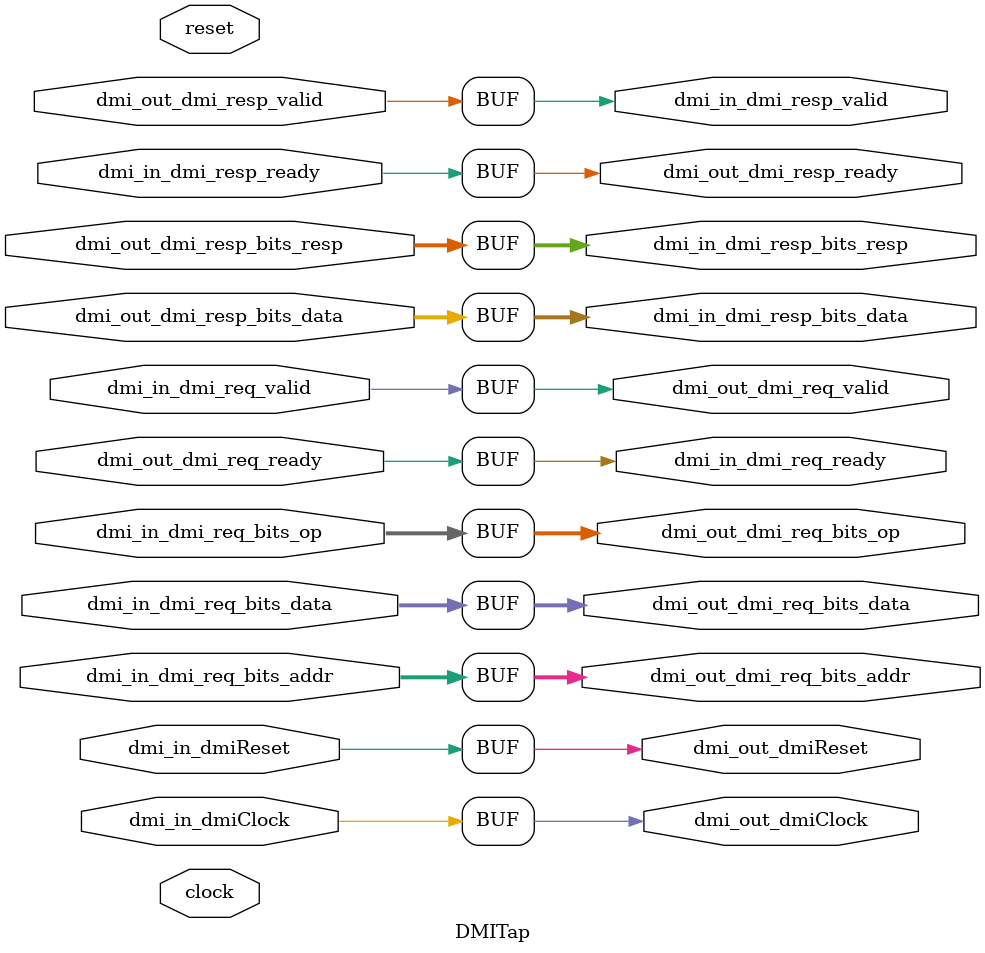
<source format=v>


module DMITap(
  input clock,
  input reset,

  input dmi_in_dmiClock,
  input dmi_in_dmiReset,

  output        dmi_out_dmi_req_valid,
  input         dmi_out_dmi_req_ready,
  output [ 6:0] dmi_out_dmi_req_bits_addr,
  output [ 1:0] dmi_out_dmi_req_bits_op,
  output [31:0] dmi_out_dmi_req_bits_data,

  input         dmi_out_dmi_resp_valid,
  output        dmi_out_dmi_resp_ready,
  input  [ 1:0] dmi_out_dmi_resp_bits_resp,
  input  [31:0] dmi_out_dmi_resp_bits_data,

  input         dmi_in_dmi_req_valid,
  output        dmi_in_dmi_req_ready,
  input  [ 6:0] dmi_in_dmi_req_bits_addr,
  input  [ 1:0] dmi_in_dmi_req_bits_op,
  input  [31:0] dmi_in_dmi_req_bits_data,

  output        dmi_in_dmi_resp_valid,
  input         dmi_in_dmi_resp_ready,
  output [ 1:0] dmi_in_dmi_resp_bits_resp,
  output [31:0] dmi_in_dmi_resp_bits_data,

  output dmi_out_dmiClock,
  output dmi_out_dmiReset
);

assign dmi_out_dmiClock = dmi_in_dmiClock;
assign dmi_out_dmiReset = dmi_in_dmiReset;

assign dmi_out_dmi_req_valid     = dmi_in_dmi_req_valid;
assign dmi_out_dmi_req_bits_addr = dmi_in_dmi_req_bits_addr;
assign dmi_out_dmi_req_bits_op   = dmi_in_dmi_req_bits_op;
assign dmi_out_dmi_req_bits_data = dmi_in_dmi_req_bits_data;
assign dmi_out_dmi_resp_ready    = dmi_in_dmi_resp_ready;

assign dmi_in_dmi_req_ready      = dmi_out_dmi_req_ready;
assign dmi_in_dmi_resp_valid     = dmi_out_dmi_resp_valid;
assign dmi_in_dmi_resp_bits_resp = dmi_out_dmi_resp_bits_resp;
assign dmi_in_dmi_resp_bits_data = dmi_out_dmi_resp_bits_data;


endmodule

</source>
